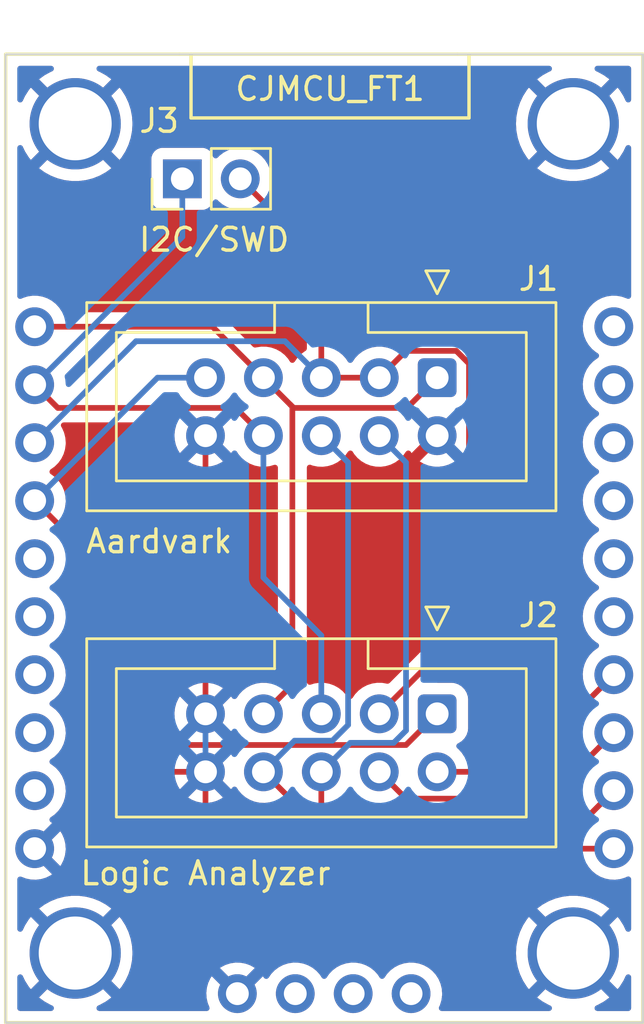
<source format=kicad_pcb>
(kicad_pcb (version 20211014) (generator pcbnew)
  (layers (0 "F.Cu" signal) (31 "B.Cu" signal) (34 "B.Paste" user) (35 "F.Paste" user) (36 "B.SilkS" user "B.Silkscreen") (37 "F.SilkS" user "F.Silkscreen") (38 "B.Mask" user) (39 "F.Mask" user) (44 "Edge.Cuts" user))
  (net 0 "")
  (net 1 "AD0")
  (net 2 "GND")
  (net 3 "AD2")
  (net 4 "AC1")
  (net 5 "AC0")
  (net 6 "AD1")
  (net 7 "AD3")
  (net 8 "AC3")
  (net 9 "AC2")
  (footprint "Connector_IDC:IDC-Header_2x05_P2.54mm_Vertical" (layer "F.Cu") (at 66.421 55.1815 -90)
    (fp_text reference "J2" (at -4.318 -4.445) (layer "F.SilkS"))
    (fp_text value "Logic Analyzer" (at 6.985 10.16 180) (layer "F.SilkS"))
    (fp_line (start 5.83 15.37) (end -3.29 15.37) (layer "F.SilkS") (width 0.12))
    (fp_line (start 4.52 -3.91) (end 4.52 14.07) (layer "F.SilkS") (width 0.12))
    (fp_line (start -3.29 -5.21) (end 5.83 -5.21) (layer "F.SilkS") (width 0.12))
    (fp_line (start -1.98 7.13) (end -1.98 7.13) (layer "F.SilkS") (width 0.12))
    (fp_line (start -1.98 -3.91) (end 4.52 -3.91) (layer "F.SilkS") (width 0.12))
    (fp_line (start -1.98 14.07) (end -1.98 7.13) (layer "F.SilkS") (width 0.12))
    (fp_line (start -3.68 0) (end -4.68 -0.5) (layer "F.SilkS") (width 0.12))
    (fp_line (start -4.68 0.5) (end -3.68 0) (layer "F.SilkS") (width 0.12))
    (fp_line (start 4.52 14.07) (end -1.98 14.07) (layer "F.SilkS") (width 0.12))
    (fp_line (start -1.98 7.13) (end -3.29 7.13) (layer "F.SilkS") (width 0.12))
    (fp_line (start -4.68 -0.5) (end -4.68 0.5) (layer "F.SilkS") (width 0.12))
    (fp_line (start -3.29 15.37) (end -3.29 -5.21) (layer "F.SilkS") (width 0.12))
    (fp_line (start -1.98 3.03) (end -1.98 -3.91) (layer "F.SilkS") (width 0.12))
    (fp_line (start 5.83 -5.21) (end 5.83 15.37) (layer "F.SilkS") (width 0.12))
    (fp_line (start -3.29 3.03) (end -1.98 3.03) (layer "F.SilkS") (width 0.12))
    (pad "1" thru_hole roundrect (at 0 0 270) (size 1.7 1.7) (drill 1) (layers *.Cu *.Mask) (roundrect_rratio 0.1470588235) (net 7 "AD3"))
    (pad "2" thru_hole circle (at 2.54 0 270) (size 1.7 1.7) (drill 1) (layers *.Cu *.Mask) (net 8 "AC3"))
    (pad "3" thru_hole circle (at 0 2.54 270) (size 1.7 1.7) (drill 1) (layers *.Cu *.Mask) (net 3 "AD2"))
    (pad "4" thru_hole circle (at 2.54 2.54 270) (size 1.7 1.7) (drill 1) (layers *.Cu *.Mask) (net 9 "AC2"))
    (pad "5" thru_hole circle (at 0 5.08 270) (size 1.7 1.7) (drill 1) (layers *.Cu *.Mask) (net 6 "AD1"))
    (pad "6" thru_hole circle (at 2.54 5.08 270) (size 1.7 1.7) (drill 1) (layers *.Cu *.Mask) (net 4 "AC1"))
    (pad "7" thru_hole circle (at 0 7.62 270) (size 1.7 1.7) (drill 1) (layers *.Cu *.Mask) (net 1 "AD0"))
    (pad "8" thru_hole circle (at 2.54 7.62 270) (size 1.7 1.7) (drill 1) (layers *.Cu *.Mask) (net 5 "AC0"))
    (pad "9" thru_hole circle (at 0 10.16 270) (size 1.7 1.7) (drill 1) (layers *.Cu *.Mask) (net 2 "GND"))
    (pad "10" thru_hole circle (at 2.54 10.16 270) (size 1.7 1.7) (drill 1) (layers *.Cu *.Mask) (net 2 "GND"))
  )
  (footprint "Connector_IDC:IDC-Header_2x05_P2.54mm_Vertical" (layer "F.Cu") (at 66.421 40.459 -90)
    (fp_text reference "J1" (at -4.3275 -4.445 180) (layer "F.SilkS"))
    (fp_text value "Aardvark" (at 7.166 12.192 180) (layer "F.SilkS"))
    (fp_line (start -4.68 0.5) (end -3.68 0) (layer "F.SilkS") (width 0.12))
    (fp_line (start -1.98 7.13) (end -3.29 7.13) (layer "F.SilkS") (width 0.12))
    (fp_line (start 4.52 -3.91) (end 4.52 14.07) (layer "F.SilkS") (width 0.12))
    (fp_line (start -1.98 -3.91) (end 4.52 -3.91) (layer "F.SilkS") (width 0.12))
    (fp_line (start 5.83 -5.21) (end 5.83 15.37) (layer "F.SilkS") (width 0.12))
    (fp_line (start -3.29 15.37) (end -3.29 -5.21) (layer "F.SilkS") (width 0.12))
    (fp_line (start -3.29 -5.21) (end 5.83 -5.21) (layer "F.SilkS") (width 0.12))
    (fp_line (start -1.98 7.13) (end -1.98 7.13) (layer "F.SilkS") (width 0.12))
    (fp_line (start -4.68 -0.5) (end -4.68 0.5) (layer "F.SilkS") (width 0.12))
    (fp_line (start -1.98 14.07) (end -1.98 7.13) (layer "F.SilkS") (width 0.12))
    (fp_line (start -3.68 0) (end -4.68 -0.5) (layer "F.SilkS") (width 0.12))
    (fp_line (start -3.29 3.03) (end -1.98 3.03) (layer "F.SilkS") (width 0.12))
    (fp_line (start 5.83 15.37) (end -3.29 15.37) (layer "F.SilkS") (width 0.12))
    (fp_line (start 4.52 14.07) (end -1.98 14.07) (layer "F.SilkS") (width 0.12))
    (fp_line (start -1.98 3.03) (end -1.98 -3.91) (layer "F.SilkS") (width 0.12))
    (pad "1" thru_hole roundrect (at 0 0 270) (size 1.7 1.7) (drill 1) (layers *.Cu *.Mask) (roundrect_rratio 0.1470588235) (net 1 "AD0"))
    (pad "2" thru_hole circle (at 2.54 0 270) (size 1.7 1.7) (drill 1) (layers *.Cu *.Mask) (net 2 "GND"))
    (pad "3" thru_hole circle (at 0 2.54 270) (size 1.7 1.7) (drill 1) (layers *.Cu *.Mask) (net 3 "AD2"))
    (pad "4" thru_hole circle (at 2.54 2.54 270) (size 1.7 1.7) (drill 1) (layers *.Cu *.Mask) (net 4 "AC1"))
    (pad "5" thru_hole circle (at 0 5.08 270) (size 1.7 1.7) (drill 1) (layers *.Cu *.Mask) (net 3 "AD2"))
    (pad "6" thru_hole circle (at 2.54 5.08 270) (size 1.7 1.7) (drill 1) (layers *.Cu *.Mask) (net 5 "AC0"))
    (pad "7" thru_hole circle (at 0 7.62 270) (size 1.7 1.7) (drill 1) (layers *.Cu *.Mask) (net 1 "AD0"))
    (pad "8" thru_hole circle (at 2.54 7.62 270) (size 1.7 1.7) (drill 1) (layers *.Cu *.Mask) (net 6 "AD1"))
    (pad "9" thru_hole circle (at 0 10.16 270) (size 1.7 1.7) (drill 1) (layers *.Cu *.Mask) (net 7 "AD3"))
    (pad "10" thru_hole circle (at 2.54 10.16 270) (size 1.7 1.7) (drill 1) (layers *.Cu *.Mask) (net 2 "GND"))
  )
  (footprint "CJMCU_FT232H:CJMCU_FT232H" (layer "F.Cu") (at 47.498 26.289)
    (fp_text reference "CJMCU_FT1" (at 14.224 1.524) (layer "F.SilkS"))
    (fp_text value "CJMCU_FT232H")
    (fp_line (start 20.32 2.794) (end 20.32 0) (layer "F.SilkS") (width 0.15))
    (fp_line (start 27.94 42.418) (end 27.94 0) (layer "F.SilkS") (width 0.15))
    (fp_line (start 8.128 2.794) (end 20.32 2.794) (layer "F.SilkS") (width 0.15))
    (fp_line (start 19.812 0) (end 27.94 0) (layer "F.SilkS") (width 0.15))
    (fp_line (start 19.812 0) (end 7.62 0) (layer "F.SilkS") (width 0.15))
    (fp_line (start 8.128 0) (end 8.128 2.794) (layer "F.SilkS") (width 0.15))
    (fp_line (start 0 0) (end 0 42.418) (layer "F.SilkS") (width 0.15))
    (fp_line (start 0 0) (end 7.62 0) (layer "F.SilkS") (width 0.15))
    (fp_line (start 0 42.418) (end 27.94 42.418) (layer "F.SilkS") (width 0.15))
    (pad "" thru_hole circle locked (at 3.048 3.048) (size 4 4) (drill 3.2) (layers *.Cu *.Mask) (net 2 "GND"))
    (pad "" thru_hole circle locked (at 24.892 3.048) (size 4 4) (drill 3.2) (layers *.Cu *.Mask) (net 2 "GND"))
    (pad "" thru_hole circle locked (at 24.892 39.37) (size 4 4) (drill 3.2) (layers *.Cu *.Mask) (net 2 "GND"))
    (pad "" thru_hole circle locked (at 3.048 39.37) (size 4 4) (drill 3.2) (layers *.Cu *.Mask) (net 2 "GND"))
    (pad "+3.3V" thru_hole circle locked (at 12.7 41.148) (size 1.7 1.7) (drill 1) (layers *.Cu *.Mask))
    (pad "+5V1" thru_hole circle locked (at 1.27 32.258) (size 1.7 1.7) (drill 1) (layers *.Cu *.Mask))
    (pad "+5V2" thru_hole circle locked (at 17.78 41.148) (size 1.7 1.7) (drill 1) (layers *.Cu *.Mask))
    (pad "AC0" thru_hole circle locked (at 26.67 34.798) (size 1.7 1.7) (drill 1) (layers *.Cu *.Mask) (net 5 "AC0"))
    (pad "AC1" thru_hole circle locked (at 26.67 32.258) (size 1.7 1.7) (drill 1) (layers *.Cu *.Mask) (net 4 "AC1"))
    (pad "AC2" thru_hole circle locked (at 26.67 29.718) (size 1.7 1.7) (drill 1) (layers *.Cu *.Mask) (net 9 "AC2"))
    (pad "AC3" thru_hole circle locked (at 26.67 27.178) (size 1.7 1.7) (drill 1) (layers *.Cu *.Mask) (net 8 "AC3"))
    (pad "AC4" thru_hole circle locked (at 26.67 24.638) (size 1.7 1.7) (drill 1) (layers *.Cu *.Mask))
    (pad "AC5" thru_hole circle locked (at 26.67 22.098) (size 1.7 1.7) (drill 1) (layers *.Cu *.Mask))
    (pad "AC6" thru_hole circle locked (at 26.67 19.558) (size 1.7 1.7) (drill 1) (layers *.Cu *.Mask))
    (pad "AC7" thru_hole circle locked (at 26.67 17.018) (size 1.7 1.7) (drill 1) (layers *.Cu *.Mask))
    (pad "AC8" thru_hole circle locked (at 26.67 14.478) (size 1.7 1.7) (drill 1) (layers *.Cu *.Mask))
    (pad "AC9" thru_hole circle locked (at 26.67 11.938) (size 1.7 1.7) (drill 1) (layers *.Cu *.Mask))
    (pad "AD0" thru_hole circle locked (at 1.27 11.938) (size 1.7 1.7) (drill 1) (layers *.Cu *.Mask) (net 1 "AD0"))
    (pad "AD1" thru_hole circle locked (at 1.27 14.478) (size 1.7 1.7) (drill 1) (layers *.Cu *.Mask) (net 6 "AD1"))
    (pad "AD2" thru_hole circle locked (at 1.27 17.018) (size 1.7 1.7) (drill 1) (layers *.Cu *.Mask) (net 3 "AD2"))
    (pad "AD3" thru_hole circle locked (at 1.27 19.558) (size 1.7 1.7) (drill 1) (layers *.Cu *.Mask) (net 7 "AD3"))
    (pad "AD4" thru_hole circle locked (at 1.27 22.098) (size 1.7 1.7) (drill 1) (layers *.Cu *.Mask))
    (pad "AD5" thru_hole circle locked (at 1.27 24.638) (size 1.7 1.7) (drill 1) (layers *.Cu *.Mask))
    (pad "AD6" thru_hole circle locked (at 1.27 27.178) (size 1.7 1.7) (drill 1) (layers *.Cu *.Mask))
    (pad "AD7" thru_hole circle locked (at 1.27 29.718) (size 1.7 1.7) (drill 1) (layers *.Cu *.Mask))
    (pad "GND1" thru_hole circle locked (at 1.27 34.798) (size 1.7 1.7) (drill 1) (layers *.Cu *.Mask) (net 2 "GND"))
    (pad "GND2" thru_hole circle locked (at 10.16 41.148) (size 1.7 1.7) (drill 1) (layers *.Cu *.Mask) (net 2 "GND"))
    (pad "Vcore" thru_hole circle locked (at 15.24 41.148) (size 1.7 1.7) (drill 1) (layers *.Cu *.Mask))
  )
  (footprint "Connector_PinHeader_2.54mm:PinHeader_1x02_P2.54mm_Vertical" (layer "F.Cu") (at 55.245 31.75 90)
    (fp_text reference "J3" (at 2.54 -1.016 180) (layer "F.SilkS"))
    (fp_text value "I2C/SWD" (at -2.667 1.397 180) (layer "F.SilkS"))
    (fp_line (start -1.33 -1.33) (end 0 -1.33) (layer "F.SilkS") (width 0.12))
    (fp_line (start -1.33 3.87) (end 1.33 3.87) (layer "F.SilkS") (width 0.12))
    (fp_line (start 1.33 1.27) (end 1.33 3.87) (layer "F.SilkS") (width 0.12))
    (fp_line (start -1.33 1.27) (end 1.33 1.27) (layer "F.SilkS") (width 0.12))
    (fp_line (start -1.33 1.27) (end -1.33 3.87) (layer "F.SilkS") (width 0.12))
    (fp_line (start -1.33 0) (end -1.33 -1.33) (layer "F.SilkS") (width 0.12))
    (pad "1" thru_hole rect (at 0 0 90) (size 1.7 1.7) (drill 1) (layers *.Cu *.Mask) (net 6 "AD1"))
    (pad "2" thru_hole oval (at 0 2.54 90) (size 1.7 1.7) (drill 1) (layers *.Cu *.Mask) (net 3 "AD2"))
  )
  (gr_rect (start 47.498 26.289) (end 75.438 68.707) (layer "Edge.Cuts") (width 0.1) (fill none))
  (segment (start 58.801 40.459) (end 59.976 41.634) (width 0.25) (layer "F.Cu") (net 1))
  (segment (start 60.071 53.9115) (end 60.071 41.729) (width 0.25) (layer "F.Cu") (net 1))
  (segment (start 60.125 41.783) (end 65.097 41.783) (width 0.25) (layer "F.Cu") (net 1))
  (segment (start 58.801 55.1815) (end 60.071 53.9115) (width 0.25) (layer "F.Cu") (net 1))
  (segment (start 58.801 40.459) (end 56.569 38.227) (width 0.25) (layer "F.Cu") (net 1))
  (segment (start 60.071 41.729) (end 59.976 41.634) (width 0.25) (layer "F.Cu") (net 1))
  (segment (start 56.569 38.227) (end 48.768 38.227) (width 0.25) (layer "F.Cu") (net 1))
  (segment (start 59.976 41.634) (end 60.125 41.783) (width 0.25) (layer "F.Cu") (net 1))
  (segment (start 65.097 41.783) (end 66.421 40.459) (width 0.25) (layer "F.Cu") (net 1))
  (segment (start 56.261 66.04) (end 57.658 67.437) (width 0.25) (layer "F.Cu") (net 2))
  (segment (start 56.261 57.7215) (end 56.261 66.04) (width 0.25) (layer "F.Cu") (net 2))
  (segment (start 52.1335 57.7215) (end 48.768 61.087) (width 0.25) (layer "F.Cu") (net 2))
  (segment (start 56.261 57.7215) (end 52.1335 57.7215) (width 0.25) (layer "F.Cu") (net 2))
  (segment (start 56.261 42.999) (end 56.261 55.1815) (width 0.25) (layer "F.Cu") (net 2))
  (segment (start 68.453 45.031) (end 68.453 61.214) (width 0.25) (layer "B.Cu") (net 2))
  (segment (start 56.261 55.1815) (end 56.261 57.7215) (width 0.25) (layer "B.Cu") (net 2))
  (segment (start 66.421 42.999) (end 68.453 45.031) (width 0.25) (layer "B.Cu") (net 2))
  (segment (start 60.579 64.516) (end 57.658 67.437) (width 0.25) (layer "B.Cu") (net 2))
  (segment (start 65.151 64.516) (end 60.579 64.516) (width 0.25) (layer "B.Cu") (net 2))
  (segment (start 68.453 61.214) (end 65.151 64.516) (width 0.25) (layer "B.Cu") (net 2))
  (segment (start 63.881 40.459) (end 65.056 39.284) (width 0.25) (layer "F.Cu") (net 3))
  (segment (start 63.881 40.459) (end 61.341 40.459) (width 0.25) (layer "F.Cu") (net 3))
  (segment (start 61.341 35.306) (end 57.785 31.75) (width 0.25) (layer "F.Cu") (net 3))
  (segment (start 67.818 51.2445) (end 63.881 55.1815) (width 0.25) (layer "F.Cu") (net 3))
  (segment (start 67.818 39.842827) (end 67.818 51.2445) (width 0.25) (layer "F.Cu") (net 3))
  (segment (start 67.259173 39.284) (end 67.818 39.842827) (width 0.25) (layer "F.Cu") (net 3))
  (segment (start 65.056 39.284) (end 67.259173 39.284) (width 0.25) (layer "F.Cu") (net 3))
  (segment (start 61.341 40.459) (end 61.341 35.306) (width 0.25) (layer "F.Cu") (net 3))
  (segment (start 61.341 40.459) (end 59.744 38.862) (width 0.25) (layer "B.Cu") (net 3))
  (segment (start 53.213 38.862) (end 48.768 43.307) (width 0.25) (layer "B.Cu") (net 3))
  (segment (start 59.744 38.862) (end 53.213 38.862) (width 0.25) (layer "B.Cu") (net 3))
  (segment (start 61.341 57.7215) (end 61.341 59.1185) (width 0.25) (layer "F.Cu") (net 4))
  (segment (start 61.341 59.1185) (end 62.484 60.2615) (width 0.25) (layer "F.Cu") (net 4))
  (segment (start 72.4535 60.2615) (end 74.168 58.547) (width 0.25) (layer "F.Cu") (net 4))
  (segment (start 62.484 60.2615) (end 72.4535 60.2615) (width 0.25) (layer "F.Cu") (net 4))
  (segment (start 61.341 57.7215) (end 62.611 56.4515) (width 0.25) (layer "B.Cu") (net 4))
  (segment (start 65.056 44.174) (end 63.881 42.999) (width 0.25) (layer "B.Cu") (net 4))
  (segment (start 65.056 55.9115) (end 65.056 44.174) (width 0.25) (layer "B.Cu") (net 4))
  (segment (start 62.611 56.4515) (end 64.516 56.4515) (width 0.25) (layer "B.Cu") (net 4))
  (segment (start 64.516 56.4515) (end 65.056 55.9115) (width 0.25) (layer "B.Cu") (net 4))
  (segment (start 58.801 57.7215) (end 62.1665 61.087) (width 0.25) (layer "F.Cu") (net 5))
  (segment (start 62.1665 61.087) (end 74.168 61.087) (width 0.25) (layer "F.Cu") (net 5))
  (segment (start 60.166 56.3565) (end 61.827701 56.3565) (width 0.25) (layer "B.Cu") (net 5))
  (segment (start 61.827701 56.3565) (end 62.516 55.668201) (width 0.25) (layer "B.Cu") (net 5))
  (segment (start 58.801 57.7215) (end 60.166 56.3565) (width 0.25) (layer "B.Cu") (net 5))
  (segment (start 62.516 55.668201) (end 62.516 44.174) (width 0.25) (layer "B.Cu") (net 5))
  (segment (start 62.516 44.174) (end 61.341 42.999) (width 0.25) (layer "B.Cu") (net 5))
  (segment (start 57.585 41.783) (end 58.801 42.999) (width 0.25) (layer "F.Cu") (net 6))
  (segment (start 49.784 41.783) (end 57.585 41.783) (width 0.25) (layer "F.Cu") (net 6))
  (segment (start 48.768 40.767) (end 49.784 41.783) (width 0.25) (layer "F.Cu") (net 6))
  (segment (start 55.245 31.75) (end 55.245 34.29) (width 0.25) (layer "B.Cu") (net 6))
  (segment (start 55.245 34.29) (end 48.768 40.767) (width 0.25) (layer "B.Cu") (net 6))
  (segment (start 61.341 55.1815) (end 61.341 51.7525) (width 0.25) (layer "B.Cu") (net 6))
  (segment (start 61.341 51.7525) (end 58.801 49.2125) (width 0.25) (layer "B.Cu") (net 6))
  (segment (start 58.801 49.2125) (end 58.801 42.999) (width 0.25) (layer "B.Cu") (net 6))
  (segment (start 54.959 56.5465) (end 50.292 51.8795) (width 0.25) (layer "F.Cu") (net 7))
  (segment (start 50.292 51.8795) (end 50.292 47.371) (width 0.25) (layer "F.Cu") (net 7))
  (segment (start 65.056 56.5465) (end 54.959 56.5465) (width 0.25) (layer "F.Cu") (net 7))
  (segment (start 50.292 47.371) (end 48.768 45.847) (width 0.25) (layer "F.Cu") (net 7))
  (segment (start 66.421 55.1815) (end 65.056 56.5465) (width 0.25) (layer "F.Cu") (net 7))
  (segment (start 54.156 40.459) (end 56.261 40.459) (width 0.25) (layer "B.Cu") (net 7))
  (segment (start 48.768 45.847) (end 54.156 40.459) (width 0.25) (layer "B.Cu") (net 7))
  (segment (start 69.9135 57.7215) (end 74.168 53.467) (width 0.25) (layer "F.Cu") (net 8))
  (segment (start 66.421 57.7215) (end 69.9135 57.7215) (width 0.25) (layer "F.Cu") (net 8))
  (segment (start 65.056 58.8965) (end 71.2785 58.8965) (width 0.25) (layer "F.Cu") (net 9))
  (segment (start 71.2785 58.8965) (end 74.168 56.007) (width 0.25) (layer "F.Cu") (net 9))
  (segment (start 63.881 57.7215) (end 65.056 58.8965) (width 0.25) (layer "F.Cu") (net 9))
  (zone (net 2) (net_name "GND") (layers F&B.Cu) (connect_pads (clearance 0.508)) (min_thickness 0.254) (fill yes (thermal_gap 0.508) (thermal_bridge_width 0.508))
    (polygon (pts (xy 75.438 68.707) (xy 47.498 68.707) (xy 47.498 26.289) (xy 75.438 26.289)))
  )
)
</source>
